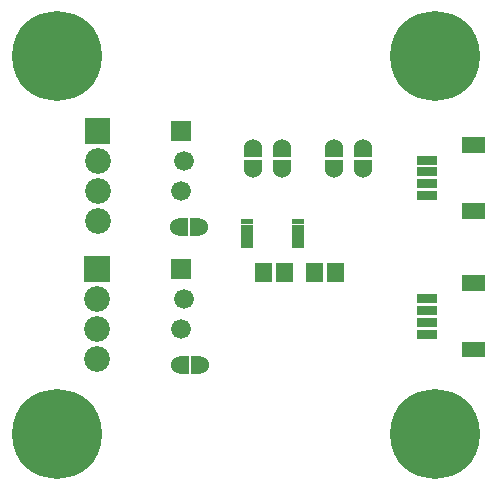
<source format=gbr>
G04 start of page 6 for group -4063 idx -4063 *
G04 Title: (unknown), componentmask *
G04 Creator: pcb 20140316 *
G04 CreationDate: Tue 26 Feb 2019 04:37:41 AM GMT UTC *
G04 For: railfan *
G04 Format: Gerber/RS-274X *
G04 PCB-Dimensions (mil): 1600.00 1600.00 *
G04 PCB-Coordinate-Origin: lower left *
%MOIN*%
%FSLAX25Y25*%
%LNTOPMASK*%
%ADD52R,0.0180X0.0180*%
%ADD51R,0.0572X0.0572*%
%ADD50R,0.0300X0.0300*%
%ADD49C,0.0600*%
%ADD48R,0.0532X0.0532*%
%ADD47R,0.0296X0.0296*%
%ADD46C,0.0860*%
%ADD45C,0.0660*%
%ADD44C,0.0001*%
%ADD43C,0.2997*%
G54D43*X143000Y17000D03*
G54D44*G36*
X26200Y76300D02*Y67700D01*
X34800D01*
Y76300D01*
X26200D01*
G37*
G54D43*X17000Y17000D03*
G54D44*G36*
X55200Y75300D02*Y68700D01*
X61800D01*
Y75300D01*
X55200D01*
G37*
G54D45*X59500Y62000D03*
X58500Y52000D03*
G54D46*X30500Y62000D03*
Y52000D03*
Y42000D03*
G54D43*X17000Y143000D03*
G54D44*G36*
X55200Y121300D02*Y114700D01*
X61800D01*
Y121300D01*
X55200D01*
G37*
G54D43*X143000Y143000D03*
G54D45*X59500Y108000D03*
X58500Y98000D03*
G54D44*G36*
X26300Y122500D02*Y113900D01*
X34900D01*
Y122500D01*
X26300D01*
G37*
G54D46*X30600Y108200D03*
Y98200D03*
Y88200D03*
G54D47*X138630Y96594D02*X142370D01*
G54D48*X154575Y91476D02*X156937D01*
G54D47*X138630Y100531D02*X142370D01*
X138630Y104469D02*X142370D01*
X138630Y108406D02*X142370D01*
G54D48*X154575Y113524D02*X156937D01*
G54D47*X138630Y50394D02*X142370D01*
X138630Y54331D02*X142370D01*
X138630Y58269D02*X142370D01*
X138630Y62206D02*X142370D01*
G54D48*X154575Y45276D02*X156937D01*
X154575Y67324D02*X156937D01*
G54D49*X57700Y86000D03*
G54D50*X59200Y87500D02*Y84500D01*
G54D49*X64500Y86000D03*
G54D50*X63000Y87500D02*Y84500D01*
G54D49*X58100Y40000D03*
G54D50*X59600Y41500D02*Y38500D01*
G54D49*X64900Y40000D03*
G54D50*X63400Y41500D02*Y38500D01*
G54D51*X93043Y71393D02*Y70607D01*
X85957Y71393D02*Y70607D01*
G54D52*X79255Y82094D02*X81554D01*
X79255Y80126D02*X81554D01*
X79952Y82094D02*X80952D01*
X79952Y80126D02*X80952D01*
G54D51*X102957Y71393D02*Y70607D01*
X110043Y71393D02*Y70607D01*
G54D52*X79255Y88000D02*X81554D01*
X79952D02*X80952D01*
X79255Y86032D02*X81554D01*
X79255Y84063D02*X81554D01*
X79952Y86032D02*X80952D01*
X79952Y84063D02*X80952D01*
X96350Y80126D02*X98649D01*
X96350Y82094D02*X98649D01*
X96952Y80126D02*X97952D01*
X96952Y82094D02*X97952D01*
X96350Y84063D02*X98649D01*
X96350Y86032D02*X98649D01*
X96350Y88000D02*X98649D01*
X96952Y84063D02*X97952D01*
X96952Y86032D02*X97952D01*
X96952Y88000D02*X97952D01*
G54D49*X109500Y105600D03*
G54D50*X108000Y107100D02*X111000D01*
G54D49*X119000Y105600D03*
G54D50*X117500Y107100D02*X120500D01*
G54D49*X109500Y112400D03*
G54D50*X108000Y110900D02*X111000D01*
G54D49*X92000Y112400D03*
G54D50*X90500Y110900D02*X93500D01*
G54D49*X119000Y112400D03*
G54D50*X117500Y110900D02*X120500D01*
G54D49*X92000Y105600D03*
G54D50*X90500Y107100D02*X93500D01*
G54D49*X82500Y105600D03*
G54D50*X81000Y107100D02*X84000D01*
G54D49*X82500Y112400D03*
G54D50*X81000Y110900D02*X84000D01*
M02*

</source>
